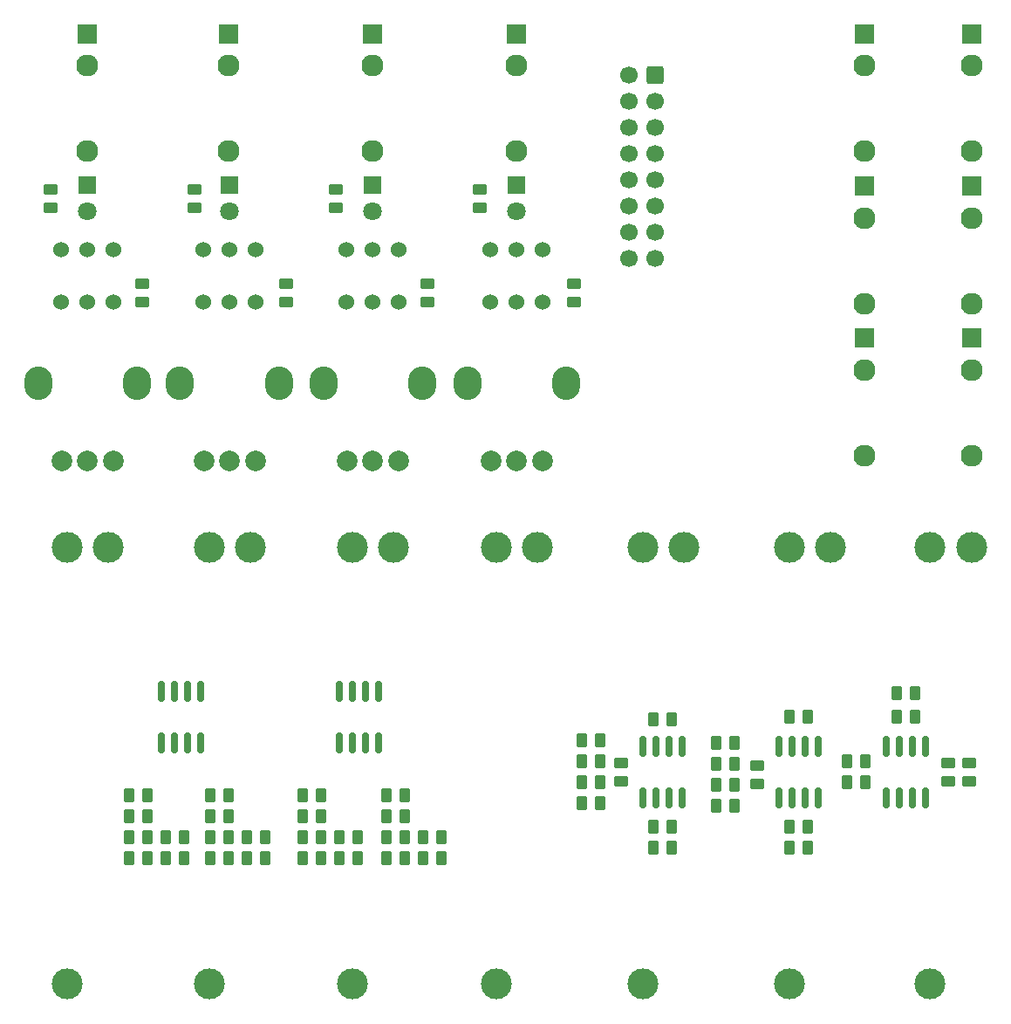
<source format=gbr>
%TF.GenerationSoftware,KiCad,Pcbnew,(6.0.0-0)*%
%TF.CreationDate,2022-12-13T14:04:23-05:00*%
%TF.ProjectId,mixer,6d697865-722e-46b6-9963-61645f706362,rev?*%
%TF.SameCoordinates,Original*%
%TF.FileFunction,Soldermask,Bot*%
%TF.FilePolarity,Negative*%
%FSLAX46Y46*%
G04 Gerber Fmt 4.6, Leading zero omitted, Abs format (unit mm)*
G04 Created by KiCad (PCBNEW (6.0.0-0)) date 2022-12-13 14:04:23*
%MOMM*%
%LPD*%
G01*
G04 APERTURE LIST*
G04 Aperture macros list*
%AMRoundRect*
0 Rectangle with rounded corners*
0 $1 Rounding radius*
0 $2 $3 $4 $5 $6 $7 $8 $9 X,Y pos of 4 corners*
0 Add a 4 corners polygon primitive as box body*
4,1,4,$2,$3,$4,$5,$6,$7,$8,$9,$2,$3,0*
0 Add four circle primitives for the rounded corners*
1,1,$1+$1,$2,$3*
1,1,$1+$1,$4,$5*
1,1,$1+$1,$6,$7*
1,1,$1+$1,$8,$9*
0 Add four rect primitives between the rounded corners*
20,1,$1+$1,$2,$3,$4,$5,0*
20,1,$1+$1,$4,$5,$6,$7,0*
20,1,$1+$1,$6,$7,$8,$9,0*
20,1,$1+$1,$8,$9,$2,$3,0*%
G04 Aperture macros list end*
%ADD10R,1.930000X1.830000*%
%ADD11C,2.130000*%
%ADD12C,3.000000*%
%ADD13O,2.720000X3.240000*%
%ADD14C,2.000000*%
%ADD15R,1.800000X1.800000*%
%ADD16C,1.800000*%
%ADD17C,1.524000*%
%ADD18RoundRect,0.250000X0.262500X0.450000X-0.262500X0.450000X-0.262500X-0.450000X0.262500X-0.450000X0*%
%ADD19RoundRect,0.250000X-0.262500X-0.450000X0.262500X-0.450000X0.262500X0.450000X-0.262500X0.450000X0*%
%ADD20RoundRect,0.150000X0.150000X-0.825000X0.150000X0.825000X-0.150000X0.825000X-0.150000X-0.825000X0*%
%ADD21RoundRect,0.250000X0.600000X0.600000X-0.600000X0.600000X-0.600000X-0.600000X0.600000X-0.600000X0*%
%ADD22C,1.700000*%
%ADD23RoundRect,0.250000X0.450000X-0.262500X0.450000X0.262500X-0.450000X0.262500X-0.450000X-0.262500X0*%
%ADD24RoundRect,0.150000X-0.150000X0.825000X-0.150000X-0.825000X0.150000X-0.825000X0.150000X0.825000X0*%
%ADD25RoundRect,0.250000X-0.450000X0.262500X-0.450000X-0.262500X0.450000X-0.262500X0.450000X0.262500X0*%
G04 APERTURE END LIST*
D10*
%TO.C,J4*%
X85398000Y-44570000D03*
D11*
X85398000Y-47670000D03*
X85398000Y-55970000D03*
%TD*%
D12*
%TO.C,RV4*%
X83475000Y-94384000D03*
X87475000Y-94384000D03*
X83475000Y-136718000D03*
%TD*%
D13*
%TO.C,RV5*%
X48602000Y-78485000D03*
X39002000Y-78485000D03*
D14*
X41302000Y-85985000D03*
X43802000Y-85985000D03*
X46302000Y-85985000D03*
%TD*%
D15*
%TO.C,D1*%
X43742000Y-59275000D03*
D16*
X43742000Y-61815000D03*
%TD*%
D12*
%TO.C,RV3*%
X69505000Y-94384000D03*
X73505000Y-94384000D03*
X69505000Y-136718000D03*
%TD*%
D17*
%TO.C,SW3*%
X73978000Y-65489500D03*
X68898000Y-65489500D03*
X71438000Y-65489500D03*
X71438000Y-70569500D03*
X73978000Y-70569500D03*
X68898000Y-70569500D03*
%TD*%
D12*
%TO.C,RV1*%
X41819000Y-94384000D03*
X45819000Y-94384000D03*
X41819000Y-136718000D03*
%TD*%
D10*
%TO.C,J10*%
X119180000Y-74072000D03*
D11*
X119180000Y-77172000D03*
X119180000Y-85472000D03*
%TD*%
D10*
%TO.C,J7*%
X129594000Y-59342000D03*
D11*
X129594000Y-62442000D03*
X129594000Y-70742000D03*
%TD*%
D10*
%TO.C,J8*%
X119180000Y-59342000D03*
D11*
X119180000Y-62442000D03*
X119180000Y-70742000D03*
%TD*%
D17*
%TO.C,SW1*%
X46292000Y-65489500D03*
X41212000Y-65489500D03*
X43752000Y-65489500D03*
X43752000Y-70569500D03*
X46292000Y-70569500D03*
X41212000Y-70569500D03*
%TD*%
D10*
%TO.C,J5*%
X129594000Y-44570000D03*
D11*
X129594000Y-47670000D03*
X129594000Y-55970000D03*
%TD*%
D12*
%TO.C,RV2*%
X55595000Y-94384000D03*
X59595000Y-94384000D03*
X55595000Y-136718000D03*
%TD*%
D13*
%TO.C,RV6*%
X52778000Y-78485000D03*
X62378000Y-78485000D03*
D14*
X55078000Y-85985000D03*
X57578000Y-85985000D03*
X60078000Y-85985000D03*
%TD*%
D10*
%TO.C,J1*%
X43742000Y-44570000D03*
D11*
X43742000Y-47670000D03*
X43742000Y-55970000D03*
%TD*%
D12*
%TO.C,RV11*%
X97681000Y-94416000D03*
X101681000Y-94416000D03*
X97681000Y-136750000D03*
%TD*%
D13*
%TO.C,RV8*%
X90258000Y-78485000D03*
X80658000Y-78485000D03*
D14*
X82958000Y-85985000D03*
X85458000Y-85985000D03*
X87958000Y-85985000D03*
%TD*%
D10*
%TO.C,J3*%
X71428000Y-44570000D03*
D11*
X71428000Y-47670000D03*
X71428000Y-55970000D03*
%TD*%
D10*
%TO.C,J6*%
X119180000Y-44570000D03*
D11*
X119180000Y-47670000D03*
X119180000Y-55970000D03*
%TD*%
D10*
%TO.C,J9*%
X129594000Y-74104000D03*
D11*
X129594000Y-77204000D03*
X129594000Y-85504000D03*
%TD*%
D10*
%TO.C,J2*%
X57518000Y-44570000D03*
D11*
X57518000Y-47670000D03*
X57518000Y-55970000D03*
%TD*%
D15*
%TO.C,D3*%
X71428000Y-59275000D03*
D16*
X71428000Y-61815000D03*
%TD*%
D15*
%TO.C,D4*%
X85398000Y-59275000D03*
D16*
X85398000Y-61815000D03*
%TD*%
D13*
%TO.C,RV7*%
X66688000Y-78485000D03*
X76288000Y-78485000D03*
D14*
X68988000Y-85985000D03*
X71488000Y-85985000D03*
X73988000Y-85985000D03*
%TD*%
D18*
%TO.C,R12*%
X74626500Y-118462000D03*
X72801500Y-118462000D03*
%TD*%
D12*
%TO.C,RV10*%
X125586000Y-94416000D03*
X129586000Y-94416000D03*
X125586000Y-136750000D03*
%TD*%
%TO.C,RV9*%
X111905000Y-94416000D03*
X115905000Y-94416000D03*
X111905000Y-136750000D03*
%TD*%
D17*
%TO.C,SW4*%
X87948000Y-65489500D03*
X82868000Y-65489500D03*
X85408000Y-65489500D03*
X85408000Y-70569500D03*
X87948000Y-70569500D03*
X82868000Y-70569500D03*
%TD*%
D15*
%TO.C,D2*%
X57549000Y-59275000D03*
D16*
X57549000Y-61815000D03*
%TD*%
D17*
%TO.C,SW2*%
X60099000Y-65489500D03*
X55019000Y-65489500D03*
X57559000Y-65489500D03*
X57559000Y-70569500D03*
X60099000Y-70569500D03*
X55019000Y-70569500D03*
%TD*%
D18*
%TO.C,R49*%
X113742500Y-123542000D03*
X111917500Y-123542000D03*
%TD*%
D19*
%TO.C,R46*%
X111917500Y-121510000D03*
X113742500Y-121510000D03*
%TD*%
D18*
%TO.C,R38*%
X119330500Y-117192000D03*
X117505500Y-117192000D03*
%TD*%
%TO.C,R50*%
X113742500Y-110842000D03*
X111917500Y-110842000D03*
%TD*%
%TO.C,R22*%
X66498500Y-124558000D03*
X64673500Y-124558000D03*
%TD*%
%TO.C,R40*%
X93573000Y-115160000D03*
X91748000Y-115160000D03*
%TD*%
%TO.C,R30*%
X70054500Y-124558000D03*
X68229500Y-124558000D03*
%TD*%
D20*
%TO.C,U5*%
X125149000Y-118651000D03*
X123879000Y-118651000D03*
X122609000Y-118651000D03*
X121339000Y-118651000D03*
X121339000Y-113701000D03*
X122609000Y-113701000D03*
X123879000Y-113701000D03*
X125149000Y-113701000D03*
%TD*%
D18*
%TO.C,R11*%
X66498500Y-118462000D03*
X64673500Y-118462000D03*
%TD*%
%TO.C,R23*%
X74626500Y-122526000D03*
X72801500Y-122526000D03*
%TD*%
D19*
%TO.C,R14*%
X55680000Y-120494000D03*
X57505000Y-120494000D03*
%TD*%
D18*
%TO.C,R51*%
X124156500Y-108556000D03*
X122331500Y-108556000D03*
%TD*%
D21*
%TO.C,U1*%
X98850500Y-48624000D03*
D22*
X96310500Y-48624000D03*
X96310500Y-51152000D03*
X98850500Y-51164000D03*
X96310500Y-53692000D03*
X98850500Y-53704000D03*
X98850500Y-56244000D03*
X96310500Y-56232000D03*
X96310500Y-58772000D03*
X98850500Y-58784000D03*
X96310500Y-61312000D03*
X98850500Y-61324000D03*
X98850500Y-63864000D03*
X96310500Y-63852000D03*
X98850500Y-66404000D03*
X96310500Y-66392000D03*
%TD*%
D23*
%TO.C,R7*%
X67872000Y-61462500D03*
X67872000Y-59637500D03*
%TD*%
D24*
%TO.C,U4*%
X110925000Y-113701000D03*
X112195000Y-113701000D03*
X113465000Y-113701000D03*
X114735000Y-113701000D03*
X114735000Y-118651000D03*
X113465000Y-118651000D03*
X112195000Y-118651000D03*
X110925000Y-118651000D03*
%TD*%
D18*
%TO.C,R47*%
X124156500Y-110842000D03*
X122331500Y-110842000D03*
%TD*%
D19*
%TO.C,R13*%
X47806000Y-120494000D03*
X49631000Y-120494000D03*
%TD*%
D25*
%TO.C,R1*%
X49076000Y-68781500D03*
X49076000Y-70606500D03*
%TD*%
D23*
%TO.C,R6*%
X54156000Y-61462500D03*
X54156000Y-59637500D03*
%TD*%
D20*
%TO.C,U3*%
X72063000Y-113317000D03*
X70793000Y-113317000D03*
X69523000Y-113317000D03*
X68253000Y-113317000D03*
X68253000Y-108367000D03*
X69523000Y-108367000D03*
X70793000Y-108367000D03*
X72063000Y-108367000D03*
%TD*%
D25*
%TO.C,R44*%
X127308000Y-115263500D03*
X127308000Y-117088500D03*
%TD*%
D18*
%TO.C,R29*%
X70054500Y-122526000D03*
X68229500Y-122526000D03*
%TD*%
%TO.C,R42*%
X93573000Y-119224000D03*
X91748000Y-119224000D03*
%TD*%
%TO.C,R9*%
X49631000Y-118462000D03*
X47806000Y-118462000D03*
%TD*%
D25*
%TO.C,R4*%
X90986000Y-68781500D03*
X90986000Y-70606500D03*
%TD*%
D18*
%TO.C,R34*%
X106630500Y-115414000D03*
X104805500Y-115414000D03*
%TD*%
%TO.C,R10*%
X57505000Y-118462000D03*
X55680000Y-118462000D03*
%TD*%
D20*
%TO.C,U2*%
X54791000Y-113317000D03*
X53521000Y-113317000D03*
X52251000Y-113317000D03*
X50981000Y-113317000D03*
X50981000Y-108367000D03*
X52251000Y-108367000D03*
X53521000Y-108367000D03*
X54791000Y-108367000D03*
%TD*%
D18*
%TO.C,R27*%
X61061000Y-122526000D03*
X59236000Y-122526000D03*
%TD*%
%TO.C,R36*%
X106630500Y-119478000D03*
X104805500Y-119478000D03*
%TD*%
%TO.C,R21*%
X66498500Y-122526000D03*
X64673500Y-122526000D03*
%TD*%
D23*
%TO.C,R5*%
X40186000Y-61462500D03*
X40186000Y-59637500D03*
%TD*%
D18*
%TO.C,R41*%
X93573000Y-117192000D03*
X91748000Y-117192000D03*
%TD*%
%TO.C,R31*%
X78182500Y-122526000D03*
X76357500Y-122526000D03*
%TD*%
D19*
%TO.C,R15*%
X64673500Y-120494000D03*
X66498500Y-120494000D03*
%TD*%
%TO.C,R48*%
X98709500Y-121510000D03*
X100534500Y-121510000D03*
%TD*%
D25*
%TO.C,R52*%
X129340000Y-115263500D03*
X129340000Y-117088500D03*
%TD*%
D19*
%TO.C,R16*%
X72801500Y-120494000D03*
X74626500Y-120494000D03*
%TD*%
D18*
%TO.C,R39*%
X93573000Y-113128000D03*
X91748000Y-113128000D03*
%TD*%
%TO.C,R17*%
X49631000Y-124558000D03*
X47806000Y-124558000D03*
%TD*%
D23*
%TO.C,R8*%
X81842000Y-61462500D03*
X81842000Y-59637500D03*
%TD*%
D18*
%TO.C,R37*%
X119330500Y-115160000D03*
X117505500Y-115160000D03*
%TD*%
%TO.C,R32*%
X78182500Y-124558000D03*
X76357500Y-124558000D03*
%TD*%
D23*
%TO.C,R43*%
X108766000Y-117342500D03*
X108766000Y-115517500D03*
%TD*%
D25*
%TO.C,R2*%
X63046000Y-68781500D03*
X63046000Y-70606500D03*
%TD*%
D18*
%TO.C,R18*%
X49631000Y-122526000D03*
X47806000Y-122526000D03*
%TD*%
%TO.C,R20*%
X57505000Y-124558000D03*
X55680000Y-124558000D03*
%TD*%
%TO.C,R33*%
X106630500Y-113382000D03*
X104805500Y-113382000D03*
%TD*%
D23*
%TO.C,R45*%
X95558000Y-117088500D03*
X95558000Y-115263500D03*
%TD*%
D18*
%TO.C,R19*%
X57505000Y-122526000D03*
X55680000Y-122526000D03*
%TD*%
%TO.C,R54*%
X100534500Y-111096000D03*
X98709500Y-111096000D03*
%TD*%
%TO.C,R35*%
X106630500Y-117446000D03*
X104805500Y-117446000D03*
%TD*%
%TO.C,R26*%
X53187000Y-122526000D03*
X51362000Y-122526000D03*
%TD*%
%TO.C,R53*%
X100534500Y-123542000D03*
X98709500Y-123542000D03*
%TD*%
%TO.C,R25*%
X53187000Y-124558000D03*
X51362000Y-124558000D03*
%TD*%
%TO.C,R24*%
X74626500Y-124558000D03*
X72801500Y-124558000D03*
%TD*%
D24*
%TO.C,U6*%
X97717000Y-113701000D03*
X98987000Y-113701000D03*
X100257000Y-113701000D03*
X101527000Y-113701000D03*
X101527000Y-118651000D03*
X100257000Y-118651000D03*
X98987000Y-118651000D03*
X97717000Y-118651000D03*
%TD*%
D25*
%TO.C,R3*%
X76762000Y-68781500D03*
X76762000Y-70606500D03*
%TD*%
D18*
%TO.C,R28*%
X61061000Y-124558000D03*
X59236000Y-124558000D03*
%TD*%
M02*

</source>
